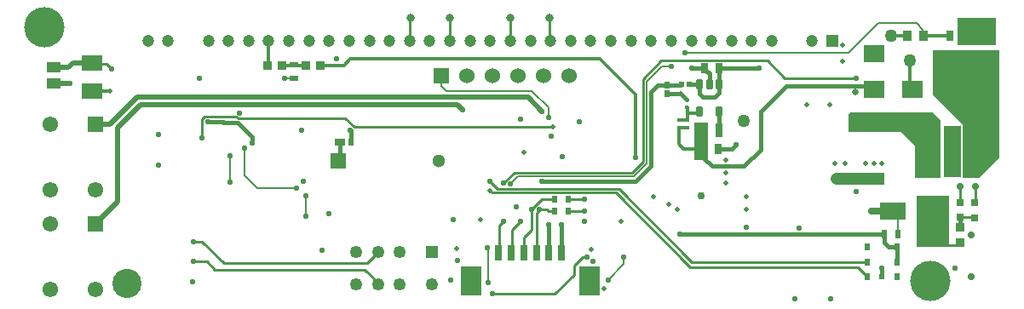
<source format=gbr>
%TF.GenerationSoftware,Altium Limited,Altium Designer,22.2.1 (43)*%
G04 Layer_Physical_Order=1*
G04 Layer_Color=2441676*
%FSLAX26Y26*%
%MOIN*%
%TF.SameCoordinates,49CA406D-FE3E-4379-A0B2-47437619DC98*%
%TF.FilePolarity,Positive*%
%TF.FileFunction,Copper,L1,Top,Signal*%
%TF.Part,Single*%
G01*
G75*
%TA.AperFunction,SMDPad,CuDef*%
%ADD10R,0.037402X0.037402*%
%ADD11R,0.035433X0.023622*%
%ADD12R,0.021654X0.019685*%
%ADD13R,0.023622X0.025591*%
%ADD14R,0.023622X0.031496*%
%ADD15R,0.024016X0.031496*%
%ADD16R,0.039764X0.031496*%
%ADD17R,0.023622X0.035433*%
%ADD18R,0.098425X0.066929*%
%ADD19R,0.029528X0.039370*%
%ADD20R,0.035433X0.039370*%
%ADD21C,0.031496*%
%ADD22R,0.126308X0.045468*%
%ADD23R,0.032000X0.032000*%
%ADD24R,0.031496X0.031496*%
%ADD25R,0.051181X0.129921*%
%ADD26R,0.019685X0.129921*%
%ADD27R,0.031496X0.055118*%
%ADD28R,0.017323X0.015748*%
%ADD29R,0.027559X0.039370*%
G04:AMPARAMS|DCode=30|XSize=23.622mil|YSize=39.37mil|CornerRadius=2.008mil|HoleSize=0mil|Usage=FLASHONLY|Rotation=0.000|XOffset=0mil|YOffset=0mil|HoleType=Round|Shape=RoundedRectangle|*
%AMROUNDEDRECTD30*
21,1,0.023622,0.035354,0,0,0.0*
21,1,0.019606,0.039370,0,0,0.0*
1,1,0.004016,0.009803,-0.017677*
1,1,0.004016,-0.009803,-0.017677*
1,1,0.004016,-0.009803,0.017677*
1,1,0.004016,0.009803,0.017677*
%
%ADD30ROUNDEDRECTD30*%
%ADD31R,0.082677X0.066929*%
%ADD32R,0.023622X0.027559*%
%ADD33R,0.023622X0.019685*%
%ADD34R,0.078740X0.118110*%
%ADD35R,0.031496X0.062992*%
%TA.AperFunction,ConnectorPad*%
%ADD36R,0.057087X0.039370*%
%TA.AperFunction,SMDPad,CuDef*%
%ADD37R,0.078740X0.062992*%
%TA.AperFunction,Conductor*%
%ADD38C,0.010000*%
%ADD39C,0.015000*%
%ADD40C,0.008000*%
%ADD41C,0.012000*%
%ADD42C,0.025000*%
%ADD43C,0.045000*%
%ADD44C,0.020000*%
%ADD45R,0.070000X0.205000*%
%ADD46R,0.125000X0.200000*%
%TA.AperFunction,ComponentPad*%
%ADD47R,0.047244X0.047244*%
%ADD48C,0.047244*%
%ADD49R,0.064961X0.064961*%
%ADD50C,0.051181*%
%ADD51C,0.114173*%
%ADD52C,0.027559*%
%ADD53R,0.060000X0.060000*%
%ADD54C,0.060000*%
%ADD55C,0.049213*%
%ADD56R,0.049213X0.049213*%
%ADD57C,0.061024*%
%ADD58R,0.061024X0.061024*%
%TA.AperFunction,ViaPad*%
%ADD59C,0.020000*%
%ADD60C,0.157480*%
%ADD61C,0.022000*%
%ADD62C,0.025000*%
%ADD63C,0.050000*%
%ADD64C,0.028000*%
%ADD65C,0.019685*%
%ADD66C,0.030000*%
G36*
X3860000Y1035000D02*
X3710000D01*
Y1140000D01*
X3860000D01*
Y1035000D01*
D02*
G37*
G36*
X2735000Y599428D02*
Y585000D01*
X2680000D01*
Y730000D01*
X2735000D01*
Y599428D01*
D02*
G37*
G36*
X3875000Y595000D02*
X3795000Y515000D01*
X3730000D01*
Y725000D01*
X3615000Y840000D01*
Y1015000D01*
X3875000D01*
Y595000D01*
D02*
G37*
G36*
X3645000Y740000D02*
Y515000D01*
X3545000D01*
Y640000D01*
X3490000Y695000D01*
X3285000D01*
Y765000D01*
X3290000Y770000D01*
X3615000D01*
X3645000Y740000D01*
D02*
G37*
D10*
X1068543Y955000D02*
D03*
X1011457D02*
D03*
X1218543Y955000D02*
D03*
X1161457D02*
D03*
D11*
X1115005Y955590D02*
D03*
X1115005Y904409D02*
D03*
D12*
X2630236Y880000D02*
D03*
X2659764D02*
D03*
D13*
X2575000Y843268D02*
D03*
X2575000Y876732D02*
D03*
D14*
X2185591Y430001D02*
D03*
X2134410Y430001D02*
D03*
X2134409Y385000D02*
D03*
X2185591Y385000D02*
D03*
D15*
X1335394Y655000D02*
D03*
D16*
X1292481Y655000D02*
D03*
D17*
X3424410Y295004D02*
D03*
X3475591Y295005D02*
D03*
D18*
X3613742Y385000D02*
D03*
X3456259Y385001D02*
D03*
D19*
X3830001Y1070040D02*
D03*
X3780001Y1070038D02*
D03*
X3729999Y1070039D02*
D03*
X3679999Y1070039D02*
D03*
X3755001Y959999D02*
D03*
D20*
X3576496Y1069999D02*
D03*
X3513505Y1070000D02*
D03*
D21*
X2112224Y1140000D02*
D03*
X1960085D02*
D03*
X1725000D02*
D03*
X1568853D02*
D03*
D22*
X3359999Y508754D02*
D03*
X3360000Y731246D02*
D03*
D23*
X3719643Y259501D02*
D03*
X3719642Y319500D02*
D03*
D24*
X3777235Y357638D02*
D03*
Y416693D02*
D03*
X3720835Y358622D02*
D03*
X3720836Y417677D02*
D03*
D25*
X3690000Y610000D02*
D03*
D26*
X3634882Y610000D02*
D03*
X3745118Y610000D02*
D03*
D27*
X2713385Y699897D02*
D03*
X2776378Y699898D02*
D03*
D28*
X2652247Y710567D02*
D03*
X2652246Y740488D02*
D03*
X2619701Y740525D02*
D03*
Y710604D02*
D03*
X2651898Y790568D02*
D03*
X2651897Y820488D02*
D03*
D29*
X2773291Y627697D02*
D03*
X2718171Y627697D02*
D03*
X2721709Y943247D02*
D03*
X2776829Y943247D02*
D03*
D30*
X2776693Y772685D02*
D03*
X2701890Y772685D02*
D03*
X2701890Y880953D02*
D03*
X2739291Y880953D02*
D03*
X2776693Y880953D02*
D03*
D31*
X3385197Y861102D02*
D03*
X3534803D02*
D03*
X3385197Y998898D02*
D03*
D32*
X3472087Y125945D02*
D03*
Y185000D02*
D03*
Y244056D02*
D03*
X3357914D02*
D03*
Y185000D02*
D03*
Y125945D02*
D03*
D33*
X3415000D02*
D03*
D34*
X2269544Y109551D02*
D03*
X1806394Y109551D02*
D03*
D35*
X2160457Y220205D02*
D03*
X2111245Y220204D02*
D03*
X2062032Y220205D02*
D03*
X2012820Y220204D02*
D03*
X1963607Y220205D02*
D03*
X1914395Y220205D02*
D03*
D36*
X175000Y883504D02*
D03*
X175000Y946496D02*
D03*
D37*
X325000Y965118D02*
D03*
Y854882D02*
D03*
D38*
X755000Y670000D02*
Y745000D01*
X762716Y752716D01*
X889000D01*
X893567Y748149D02*
X1315135D01*
X889000Y752716D02*
X893567Y748149D01*
X1351360Y711924D02*
X2126924D01*
X1315135Y748149D02*
X1351360Y711924D01*
X2245000Y205000D02*
X2260000D01*
X2210000Y170000D02*
X2245000Y205000D01*
X2210000Y135000D02*
Y170000D01*
X2135000Y60000D02*
X2210000Y135000D01*
X1890000Y60000D02*
X2135000D01*
X1399016Y180000D02*
X1442008Y222992D01*
X840000Y180000D02*
X1399016D01*
X755000Y265000D02*
X840000Y180000D01*
X2665000Y165000D02*
X3318859D01*
X1889549Y455451D02*
X2374549D01*
X2385549Y469451D02*
X2670000Y185000D01*
X2374549Y455451D02*
X2665000Y165000D01*
X1910549Y469451D02*
X2385549D01*
X2670000Y185000D02*
X3357914D01*
X2481500Y576500D02*
Y901500D01*
X2551932Y971932D01*
X2438000Y533000D02*
X2481500Y576500D01*
X1975615Y533000D02*
X2438000D01*
X1935000Y492385D02*
X1975615Y533000D01*
X1880000Y465000D02*
X1889549Y455451D01*
X1880000Y500000D02*
X1910549Y469451D01*
X2551932Y971932D02*
X2968068D01*
X3035000Y905000D01*
X3315000D01*
X3720835Y358622D02*
X3777235D01*
X1390517Y155000D02*
X1442008Y103509D01*
X805000Y155000D02*
X1390517D01*
X1442008Y97008D02*
Y103509D01*
X773741Y186259D02*
X805000Y155000D01*
X718741Y186259D02*
X773741D01*
X720000Y265000D02*
X755000D01*
X3318859Y165000D02*
X3357914Y125945D01*
X2185592Y430000D02*
X2250000D01*
X2045000Y310000D02*
Y390445D01*
X2073920Y387833D02*
Y391080D01*
X2064063Y377976D02*
X2073920Y387833D01*
X2014850Y279850D02*
X2045000Y310000D01*
Y390445D02*
X2084556Y430001D01*
X330118Y960000D02*
X380000D01*
X400000Y940000D01*
X325000Y965118D02*
X330118Y960000D01*
X2112224Y1140000D02*
X2114930Y1137293D01*
Y1052707D02*
X2117637Y1050000D01*
X2114930Y1052707D02*
Y1137293D01*
X1960085Y1140000D02*
X1960157Y1139928D01*
Y1050000D02*
Y1139928D01*
X1724468Y1139468D02*
X1725000Y1140000D01*
X1723936Y1049999D02*
X1724468Y1050532D01*
Y1139468D01*
X1567654Y1138801D02*
X1568853Y1140000D01*
X1566456Y1050000D02*
X1567654Y1051198D01*
Y1138801D01*
X2185591Y385000D02*
X2185591Y385000D01*
X2250000D01*
X2185591Y430001D02*
X2185592Y430000D01*
X2084556Y430001D02*
X2134410D01*
X2103920Y391080D02*
X2110000Y385000D01*
X2134409D01*
X2073920Y391080D02*
X2103920D01*
X2014850Y230653D02*
Y279850D01*
X2064063Y230654D02*
Y377976D01*
X1916426Y230654D02*
Y326425D01*
X1935000Y345000D01*
X1965638Y310637D02*
X2000000Y345000D01*
X1965638Y230654D02*
Y310637D01*
X3777235Y416693D02*
X3780000Y419458D01*
Y480000D01*
X3720000Y418513D02*
X3720836Y417677D01*
X3720000Y418513D02*
Y480000D01*
X3670357Y250357D02*
X3714501D01*
D39*
X837683Y731649D02*
X893351D01*
X777716Y732716D02*
X836617D01*
X837683Y731649D01*
X893351D02*
X950000Y675000D01*
Y650000D02*
Y675000D01*
X2625004Y295004D02*
X3424410D01*
X2625000Y295000D02*
X2625004Y295004D01*
X2827697Y627697D02*
X2845000Y645000D01*
X2773291Y627697D02*
X2827697D01*
X2160457Y220205D02*
Y329543D01*
X2111245Y220204D02*
Y328755D01*
X3415000Y125945D02*
Y160000D01*
X2449756Y499756D02*
X2510000Y560000D01*
X2084756Y499756D02*
X2449756D01*
X2510000Y560000D02*
Y850000D01*
X2536732Y876732D01*
X2575000D01*
X2651110Y820488D02*
X2651897D01*
X2575000Y843268D02*
X2628330D01*
X2651110Y820488D01*
X2628602Y878366D02*
X2630236Y880000D01*
X2576634Y878366D02*
X2628602D01*
X2575000Y876732D02*
X2576634Y878366D01*
X2671753Y943247D02*
X2721709D01*
X2727989Y931062D02*
X2730505D01*
X2721709Y937341D02*
X2727989Y931062D01*
X2721709Y937341D02*
Y943247D01*
X2739291Y880953D02*
Y922275D01*
X2730505Y931062D02*
X2739291Y922275D01*
X3720239Y320096D02*
Y358025D01*
X3720835Y358622D01*
X3719642Y319500D02*
X3720239Y320096D01*
X2940000Y775000D02*
X3039000Y874000D01*
X2940000Y625000D02*
Y775000D01*
X3039000Y874000D02*
X3372299D01*
X2718171Y591829D02*
X2750000Y560000D01*
X2718171Y591829D02*
Y627697D01*
X2750000Y560000D02*
X2875000D01*
X2940000Y625000D01*
X3372299Y874000D02*
X3385197Y861102D01*
X3472087Y185000D02*
Y244056D01*
X3424410Y260590D02*
Y295004D01*
Y260590D02*
X3440944Y244056D01*
X3472087D01*
X2776829Y943247D02*
X2933247D01*
X2776761Y943178D02*
X2776829Y943247D01*
X2776693Y880953D02*
X2776761Y881021D01*
Y943178D01*
X2760000Y830000D02*
X2776693Y846693D01*
Y880953D01*
X2715000Y830000D02*
X2760000D01*
X2701890Y843110D02*
X2715000Y830000D01*
X2701890Y843110D02*
Y880953D01*
X2660240Y880476D02*
X2701413D01*
X2701890Y880953D01*
X2659764Y880000D02*
X2660240Y880476D01*
X1288150Y580000D02*
X1292481Y584331D01*
Y655000D01*
X1335394Y655000D02*
Y699606D01*
X2715778Y630090D02*
X2718171Y627697D01*
X2713385Y699897D02*
X2715778Y697505D01*
X2776378Y699898D02*
X2776536Y700055D01*
Y772528D02*
X2776693Y772685D01*
X2776536Y700055D02*
Y772528D01*
D40*
X920000Y525000D02*
X970000Y475000D01*
X1125000D01*
X3456259Y385001D02*
X3475591Y365669D01*
X1872312Y104404D02*
X1873358Y103358D01*
X1871265Y241265D02*
X1872312Y240219D01*
Y104404D02*
Y240219D01*
X2405000Y176017D02*
Y205000D01*
X2341992Y113008D02*
X2405000Y176017D01*
X3576496Y1069999D02*
X3576496Y1069999D01*
X3575000Y1071495D02*
X3576496Y1069999D01*
X3575000Y1071495D02*
Y1095000D01*
X3550000Y1120000D02*
X3575000Y1095000D01*
X3400000Y1120000D02*
X3550000D01*
X3285000Y1005000D02*
X3400000Y1120000D01*
X2645000Y1005000D02*
X3285000D01*
X2555000Y950000D02*
X2590000D01*
X2494500Y889500D02*
X2555000Y950000D01*
X2494500Y569500D02*
Y889500D01*
X2445000Y520000D02*
X2494500Y569500D01*
X1991382Y520000D02*
X2445000D01*
X1960834Y489451D02*
X1991382Y520000D01*
X1160000Y365000D02*
Y445000D01*
X1075591Y904409D02*
X1115005D01*
X3475591Y295005D02*
Y365669D01*
X1960000Y488618D02*
X1960834Y489451D01*
X1690000Y875000D02*
X1710000Y855000D01*
X1690000Y875000D02*
Y915000D01*
X1710000Y855000D02*
X2045000D01*
X2110000Y790000D01*
Y750902D02*
Y790000D01*
X920000Y525000D02*
X920000Y630000D01*
X863490Y496774D02*
X863490Y598490D01*
X863622Y598622D01*
X863358Y496642D02*
X863490Y496774D01*
D41*
X325000Y854882D02*
X394882D01*
X3576496Y1069999D02*
X3679961Y1070001D01*
X2450000Y595000D02*
Y840000D01*
X2310000Y980000D02*
X2450000Y840000D01*
X2619701Y645299D02*
Y710604D01*
Y645299D02*
X2637303Y627697D01*
X2718171D01*
X2619701Y710604D02*
Y710604D01*
X1335000Y980000D02*
X2310000D01*
X1310000Y955000D02*
X1335000Y980000D01*
X1218543Y955000D02*
X1310000D01*
X1011457Y955000D02*
X1015275Y958818D01*
Y1050000D01*
X1068543Y955000D02*
X1161457D01*
X1161457Y955000D01*
X2619701Y710604D02*
X2619719Y710585D01*
X2652072Y740662D02*
X2652228Y740507D01*
X2652246Y740488D01*
X2619719Y740507D02*
X2652228Y740507D01*
X2619701Y740525D02*
X2619719Y740507D01*
X2619719Y710585D02*
X2652228Y710585D01*
X2652247Y710567D01*
X2652072Y765528D02*
X2652072Y790393D01*
X2652072Y740662D02*
Y765528D01*
X2701890Y772685D02*
X2701890Y771339D01*
X2696079Y765528D02*
X2701890Y771339D01*
X2652072Y765528D02*
X2696079Y765528D01*
X2651898Y790568D02*
X2652072Y790393D01*
X3450000Y1070000D02*
X3513503D01*
X3513504Y1069999D01*
X3525000Y870905D02*
X3534803Y861102D01*
X3525000Y870905D02*
Y975000D01*
X3679961Y1070001D02*
X3680000Y1070039D01*
D42*
X3375001Y385001D02*
X3456259D01*
D43*
X3236246Y508754D02*
X3359999D01*
D44*
X515000Y800000D02*
X1755000D01*
X1775000Y780000D01*
X425000Y710000D02*
X515000Y800000D01*
X425000Y419370D02*
Y710000D01*
X338583Y332953D02*
X425000Y419370D01*
X2030000Y830000D02*
X2085000Y775000D01*
X500000Y830000D02*
X2030000D01*
X392953Y722953D02*
X500000Y830000D01*
X338583Y722953D02*
X392953D01*
X175000Y883504D02*
X238504D01*
X250118Y965118D02*
X325000D01*
X231496Y946496D02*
X250118Y965118D01*
X175000Y946496D02*
X231496D01*
D45*
X3690000Y617500D02*
D03*
D46*
X3612500Y345000D02*
D03*
D47*
X3220000Y1050000D02*
D03*
D48*
X3141260Y1050000D02*
D03*
X2983779Y1050000D02*
D03*
X2905040D02*
D03*
X2826299Y1050000D02*
D03*
X2747559Y1050000D02*
D03*
X2668819Y1050000D02*
D03*
X2590078Y1050001D02*
D03*
X2511338Y1050000D02*
D03*
X2432599Y1050000D02*
D03*
X2353858Y1050000D02*
D03*
X2275118Y1050000D02*
D03*
X2196377D02*
D03*
X2117637D02*
D03*
X2038898Y1050001D02*
D03*
X1960157Y1050000D02*
D03*
X1881417Y1050001D02*
D03*
X1802677Y1050000D02*
D03*
X1723936Y1049999D02*
D03*
X1645196D02*
D03*
X1566456Y1050000D02*
D03*
X1487716Y1050000D02*
D03*
X1408976Y1050000D02*
D03*
X1330235Y1050000D02*
D03*
X1251495Y1050000D02*
D03*
X1172756Y1050000D02*
D03*
X1094015Y1050001D02*
D03*
X1015275Y1050000D02*
D03*
X936534D02*
D03*
X857795Y1050000D02*
D03*
X779054Y1049999D02*
D03*
X621574Y1050000D02*
D03*
X542834Y1050001D02*
D03*
D49*
X1288150Y580000D02*
D03*
D50*
X1681851Y579999D02*
D03*
D51*
X460000Y100000D02*
D03*
D52*
X3763544Y291693D02*
D03*
X3763543Y128307D02*
D03*
D53*
X1690000Y915000D02*
D03*
D54*
X1790000D02*
D03*
X1890000Y914999D02*
D03*
X1990000Y915000D02*
D03*
X2090000Y915000D02*
D03*
X2190000Y915000D02*
D03*
D55*
X1355394Y97008D02*
D03*
X1442008Y97008D02*
D03*
X1528622Y97008D02*
D03*
X1355393Y222992D02*
D03*
X1442008D02*
D03*
X1528622Y222992D02*
D03*
X1654606Y97008D02*
D03*
D56*
X1654607Y222992D02*
D03*
D57*
X161417Y467047D02*
D03*
Y722953D02*
D03*
X338583Y467047D02*
D03*
X161417Y77047D02*
D03*
Y332953D02*
D03*
X338583Y77047D02*
D03*
D58*
Y722953D02*
D03*
Y332953D02*
D03*
D59*
X3210000Y800000D02*
D03*
X3120000D02*
D03*
X2327493Y80000D02*
D03*
X2013786Y612929D02*
D03*
X394882Y854882D02*
D03*
X1751457Y236944D02*
D03*
X2276661Y233339D02*
D03*
X2720000Y595000D02*
D03*
X2695000D02*
D03*
X3690000Y610000D02*
D03*
Y665000D02*
D03*
X3415000Y570000D02*
D03*
X3385000D02*
D03*
X3350000D02*
D03*
X3270000D02*
D03*
X3230000D02*
D03*
X1844608Y348686D02*
D03*
X2394922Y345078D02*
D03*
X3845000Y1120000D02*
D03*
X3785000D02*
D03*
X3730000D02*
D03*
X2628330Y843268D02*
D03*
X2805000Y585000D02*
D03*
X1880000Y465000D02*
D03*
X2126924Y711924D02*
D03*
X2805000Y495000D02*
D03*
Y535000D02*
D03*
X2885000Y390000D02*
D03*
Y440000D02*
D03*
X3260000Y1035000D02*
D03*
X3260000Y970000D02*
D03*
X3645000Y315000D02*
D03*
X3580000Y315000D02*
D03*
X3645000Y275000D02*
D03*
X3580000D02*
D03*
X2615000Y390000D02*
D03*
X2520000Y440000D02*
D03*
X2580000Y410000D02*
D03*
D60*
X137795Y1102362D02*
D03*
X3602362Y110236D02*
D03*
D61*
X1144409Y700591D02*
D03*
X755000Y670000D02*
D03*
X777716Y732716D02*
D03*
X1125000Y475000D02*
D03*
X2000000Y745000D02*
D03*
X2165000Y595880D02*
D03*
X3375001Y385001D02*
D03*
X1736314Y348685D02*
D03*
X1725765Y114235D02*
D03*
X1873358Y103358D02*
D03*
X1871265Y241265D02*
D03*
X2405000Y205000D02*
D03*
X2341992Y113008D02*
D03*
X2250000Y345000D02*
D03*
X2885000Y320000D02*
D03*
X2230000Y735000D02*
D03*
X2845000Y645000D02*
D03*
X3270000Y510000D02*
D03*
X3236246Y508754D02*
D03*
X3314409Y460591D02*
D03*
X2160457Y329543D02*
D03*
X2111245Y328755D02*
D03*
X2282401Y187598D02*
D03*
X2260000Y205000D02*
D03*
X1890000Y60000D02*
D03*
X1752394Y191205D02*
D03*
X2625000Y295000D02*
D03*
X3415000Y160000D02*
D03*
X2645000Y1005000D02*
D03*
X2590000Y950000D02*
D03*
X2084756Y499756D02*
D03*
X2671753Y943247D02*
D03*
X3701181Y158819D02*
D03*
X3075004Y39996D02*
D03*
X1250000Y375000D02*
D03*
X1160000Y365000D02*
D03*
X717519Y107519D02*
D03*
X718741Y186259D02*
D03*
X720000Y265000D02*
D03*
X2450000Y595000D02*
D03*
X1075591Y904409D02*
D03*
X1279995Y979995D02*
D03*
X3315000Y905000D02*
D03*
X1880000Y500000D02*
D03*
X1935000Y492385D02*
D03*
X1960834Y489451D02*
D03*
X2250000Y430000D02*
D03*
X2045000Y390445D02*
D03*
X2073920Y391080D02*
D03*
X2933247Y943247D02*
D03*
X745000Y905000D02*
D03*
X1775000Y780000D02*
D03*
X400000Y940000D02*
D03*
X1985000Y400023D02*
D03*
X1160000Y445000D02*
D03*
X2110000Y750902D02*
D03*
X2085000Y775000D02*
D03*
X901851Y768149D02*
D03*
X238504Y883504D02*
D03*
X920000Y630000D02*
D03*
X3091732Y318268D02*
D03*
X2250000Y385000D02*
D03*
X1935000Y345000D02*
D03*
X2000000D02*
D03*
X950000Y650000D02*
D03*
X585000Y685000D02*
D03*
X863622Y598622D02*
D03*
X1335000Y700000D02*
D03*
X1224409Y229409D02*
D03*
X585005Y565005D02*
D03*
X1150000Y500000D02*
D03*
X863358Y496642D02*
D03*
X3214995Y39995D02*
D03*
X2119183Y676568D02*
D03*
D62*
X3310000Y850000D02*
D03*
X3465000Y373055D02*
D03*
D63*
X2874803Y735197D02*
D03*
X3450000Y1070000D02*
D03*
X3525000Y975000D02*
D03*
D64*
X3780000Y480000D02*
D03*
X3720000D02*
D03*
D65*
X3755000Y873485D02*
D03*
X3794370Y873485D02*
D03*
X3833740Y873484D02*
D03*
X3676260Y873485D02*
D03*
X3715629Y873484D02*
D03*
X3755000Y991594D02*
D03*
X3833740Y991594D02*
D03*
X3715630Y991593D02*
D03*
X3676259Y991595D02*
D03*
X3794370Y991595D02*
D03*
X3715631Y912855D02*
D03*
X3676259Y912854D02*
D03*
X3833740Y912854D02*
D03*
X3794370D02*
D03*
X3755001Y912854D02*
D03*
X3794370Y952225D02*
D03*
X3676260Y952225D02*
D03*
X3715630Y952224D02*
D03*
X3833740Y952225D02*
D03*
X3755001Y952224D02*
D03*
D66*
X2705709Y444291D02*
D03*
%TF.MD5,c457567baa3acd800f5d7d38e2c34b48*%
M02*

</source>
